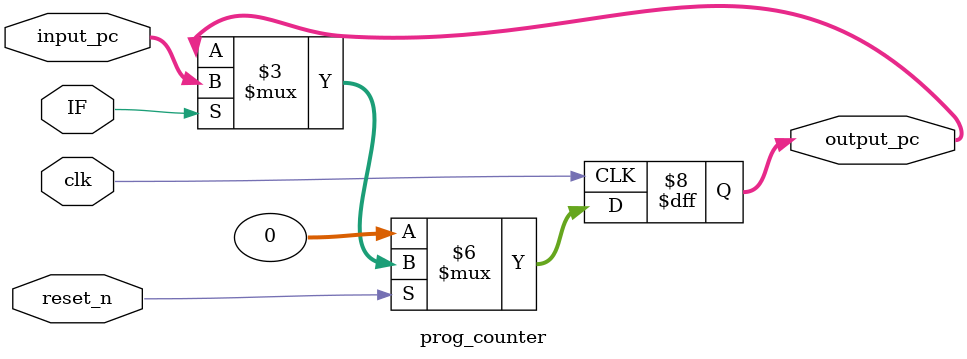
<source format=sv>
module prog_counter(   input logic clk,
			  input logic reset_n,
			  input logic [31:0] input_pc, 
			  output logic [31:0] output_pc, 
			  input logic IF  );

//logic [31:0]pc = 0;

always@(posedge clk)
	if (!reset_n)
		output_pc <= 0;
	else
		if (IF)
			output_pc <= input_pc;
endmodule 
		

</source>
